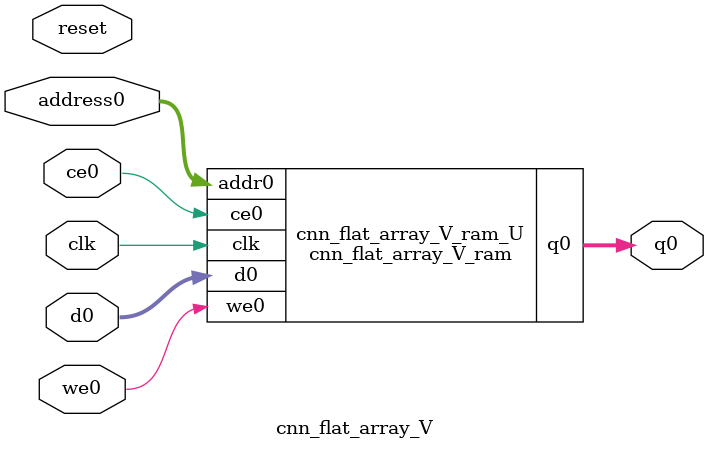
<source format=v>
`timescale 1 ns / 1 ps
module cnn_flat_array_V_ram (addr0, ce0, d0, we0, q0,  clk);

parameter DWIDTH = 14;
parameter AWIDTH = 9;
parameter MEM_SIZE = 400;

input[AWIDTH-1:0] addr0;
input ce0;
input[DWIDTH-1:0] d0;
input we0;
output reg[DWIDTH-1:0] q0;
input clk;

(* ram_style = "block" *)reg [DWIDTH-1:0] ram[0:MEM_SIZE-1];




always @(posedge clk)  
begin 
    if (ce0) 
    begin
        if (we0) 
        begin 
            ram[addr0] <= d0; 
        end 
        q0 <= ram[addr0];
    end
end


endmodule

`timescale 1 ns / 1 ps
module cnn_flat_array_V(
    reset,
    clk,
    address0,
    ce0,
    we0,
    d0,
    q0);

parameter DataWidth = 32'd14;
parameter AddressRange = 32'd400;
parameter AddressWidth = 32'd9;
input reset;
input clk;
input[AddressWidth - 1:0] address0;
input ce0;
input we0;
input[DataWidth - 1:0] d0;
output[DataWidth - 1:0] q0;



cnn_flat_array_V_ram cnn_flat_array_V_ram_U(
    .clk( clk ),
    .addr0( address0 ),
    .ce0( ce0 ),
    .we0( we0 ),
    .d0( d0 ),
    .q0( q0 ));

endmodule


</source>
